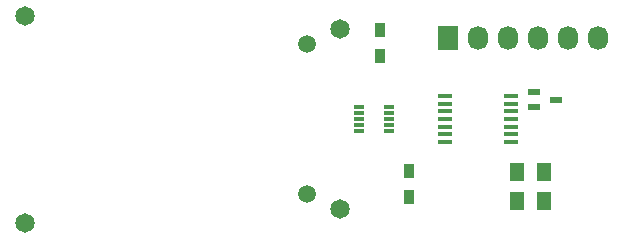
<source format=gts>
%FSLAX46Y46*%
G04 Gerber Fmt 4.6, Leading zero omitted, Abs format (unit mm)*
G04 Created by KiCad (PCBNEW (2014-jul-16 BZR unknown)-product) date Thu 26 Feb 2015 11:02:22 PM EST*
%MOMM*%
G01*
G04 APERTURE LIST*
%ADD10C,0.100000*%
%ADD11R,1.250000X1.500000*%
%ADD12R,1.300480X0.299720*%
%ADD13C,1.500000*%
%ADD14C,1.651000*%
%ADD15R,1.000760X0.599440*%
%ADD16R,0.900000X1.200000*%
%ADD17R,0.825000X0.300000*%
%ADD18R,1.727200X2.032000*%
%ADD19O,1.727200X2.032000*%
G04 APERTURE END LIST*
D10*
D11*
X184150000Y-84435000D03*
X184150000Y-81935000D03*
X186436000Y-84435000D03*
X186436000Y-81935000D03*
D12*
X183642000Y-79400400D03*
X183642000Y-78765400D03*
X183642000Y-78105000D03*
X183642000Y-77470000D03*
X183642000Y-76809600D03*
X183642000Y-76161900D03*
X183642000Y-75514200D03*
X178054000Y-75514200D03*
X178054000Y-76161900D03*
X178054000Y-76809600D03*
X178054000Y-77470000D03*
X178054000Y-78117700D03*
X178054000Y-78765400D03*
X178054000Y-79413100D03*
D13*
X166370000Y-83820000D03*
X166370000Y-71120000D03*
D14*
X142494000Y-86233000D03*
X142494000Y-68707000D03*
D15*
X185613040Y-76469240D03*
X185613040Y-75168760D03*
X187512960Y-75819000D03*
D16*
X172593000Y-69893000D03*
X172593000Y-72093000D03*
X175006000Y-84031000D03*
X175006000Y-81831000D03*
D17*
X173325000Y-76470000D03*
X173325000Y-76970000D03*
X173325000Y-77470000D03*
X173325000Y-77970000D03*
X173325000Y-78470000D03*
X170845000Y-78470000D03*
X170845000Y-77970000D03*
X170845000Y-77470000D03*
X170845000Y-76970000D03*
X170845000Y-76470000D03*
D14*
X169164000Y-69850000D03*
X169164000Y-85090000D03*
D18*
X178308000Y-70612000D03*
D19*
X180848000Y-70612000D03*
X183388000Y-70612000D03*
X185928000Y-70612000D03*
X188468000Y-70612000D03*
X191008000Y-70612000D03*
M02*

</source>
